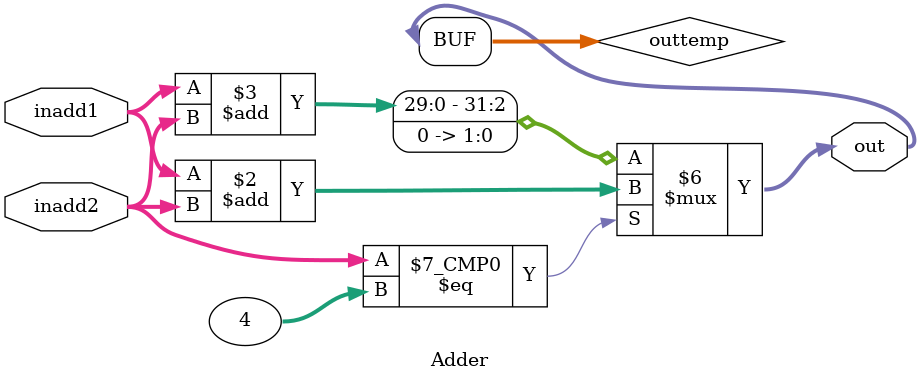
<source format=v>
module Adder(output [31:0] out, input [31:0] inadd1, input [31:0] inadd2);
reg [31:0] outtemp;
always@(*)
begin
case(inadd2)
32'd4:	outtemp = inadd1 + inadd2;
default: 
begin
outtemp = inadd1 + inadd2<<2;
end
endcase
end
assign out = outtemp;

endmodule

</source>
